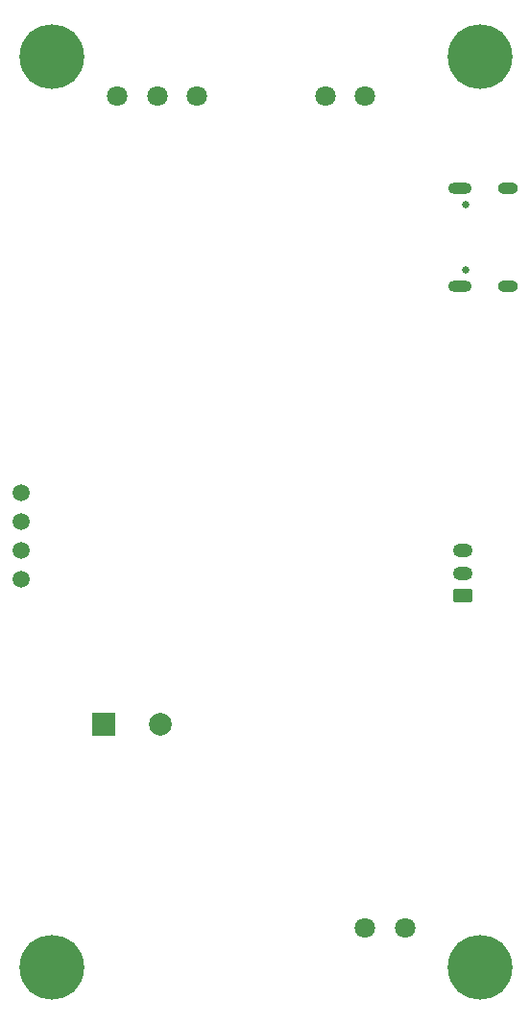
<source format=gbs>
G04 #@! TF.GenerationSoftware,KiCad,Pcbnew,8.0.6*
G04 #@! TF.CreationDate,2025-03-23T16:03:48+01:00*
G04 #@! TF.ProjectId,RS485-insolated-repeater,52533438-352d-4696-9e73-6f6c61746564,v1.0*
G04 #@! TF.SameCoordinates,Original*
G04 #@! TF.FileFunction,Soldermask,Bot*
G04 #@! TF.FilePolarity,Negative*
%FSLAX46Y46*%
G04 Gerber Fmt 4.6, Leading zero omitted, Abs format (unit mm)*
G04 Created by KiCad (PCBNEW 8.0.6) date 2025-03-23 16:03:48*
%MOMM*%
%LPD*%
G01*
G04 APERTURE LIST*
G04 Aperture macros list*
%AMRoundRect*
0 Rectangle with rounded corners*
0 $1 Rounding radius*
0 $2 $3 $4 $5 $6 $7 $8 $9 X,Y pos of 4 corners*
0 Add a 4 corners polygon primitive as box body*
4,1,4,$2,$3,$4,$5,$6,$7,$8,$9,$2,$3,0*
0 Add four circle primitives for the rounded corners*
1,1,$1+$1,$2,$3*
1,1,$1+$1,$4,$5*
1,1,$1+$1,$6,$7*
1,1,$1+$1,$8,$9*
0 Add four rect primitives between the rounded corners*
20,1,$1+$1,$2,$3,$4,$5,0*
20,1,$1+$1,$4,$5,$6,$7,0*
20,1,$1+$1,$6,$7,$8,$9,0*
20,1,$1+$1,$8,$9,$2,$3,0*%
G04 Aperture macros list end*
%ADD10O,1.800000X1.000000*%
%ADD11O,2.100000X1.000000*%
%ADD12C,0.650000*%
%ADD13C,1.803400*%
%ADD14C,5.700000*%
%ADD15O,1.750000X1.200000*%
%ADD16RoundRect,0.250000X0.625000X-0.350000X0.625000X0.350000X-0.625000X0.350000X-0.625000X-0.350000X0*%
%ADD17C,2.000000*%
%ADD18R,2.000000X2.000000*%
%ADD19C,1.500000*%
G04 APERTURE END LIST*
D10*
X161899999Y-76080000D03*
D11*
X157719999Y-76080000D03*
D10*
X161899999Y-84720000D03*
D11*
X157719999Y-84720000D03*
D12*
X158219999Y-77510000D03*
X158219999Y-83290000D03*
D13*
X134500000Y-68000000D03*
X131000000Y-68000000D03*
X127499999Y-68000000D03*
D14*
X121700000Y-144750000D03*
D13*
X149349999Y-141277302D03*
X152850000Y-141277302D03*
D15*
X157949999Y-108000000D03*
X157949999Y-110000000D03*
D16*
X157949999Y-112000000D03*
D17*
X131300000Y-123300000D03*
D18*
X126300000Y-123300000D03*
D14*
X159450000Y-144750000D03*
D19*
X119000000Y-102890000D03*
X119000000Y-105430000D03*
X119000000Y-107970000D03*
X119000000Y-110510000D03*
D14*
X159450000Y-64500000D03*
X121700000Y-64500000D03*
D13*
X149300001Y-68000000D03*
X145800000Y-68000000D03*
M02*

</source>
